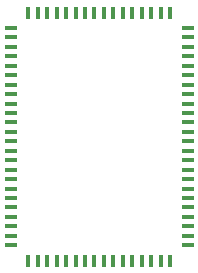
<source format=gtp>
%TF.GenerationSoftware,KiCad,Pcbnew,7.0.8*%
%TF.CreationDate,2024-02-10T12:17:18+00:00*%
%TF.ProjectId,Neptune-32x-315-5805-bypass,4e657074-756e-4652-9d33-32782d333135,rev?*%
%TF.SameCoordinates,Original*%
%TF.FileFunction,Paste,Top*%
%TF.FilePolarity,Positive*%
%FSLAX46Y46*%
G04 Gerber Fmt 4.6, Leading zero omitted, Abs format (unit mm)*
G04 Created by KiCad (PCBNEW 7.0.8) date 2024-02-10 12:17:18*
%MOMM*%
%LPD*%
G01*
G04 APERTURE LIST*
%ADD10R,1.000000X0.300000*%
%ADD11R,0.300000X1.000000*%
G04 APERTURE END LIST*
D10*
%TO.C,IC1*%
X97572800Y-64505600D03*
X97572800Y-65305600D03*
X97572800Y-66105600D03*
X97572800Y-66905600D03*
X97572800Y-67705600D03*
X97572800Y-68505600D03*
X97572800Y-69305600D03*
X97572800Y-70105600D03*
X97572800Y-70905600D03*
X97572800Y-71705600D03*
X97572800Y-72505600D03*
X97572800Y-73305600D03*
X97572800Y-74105600D03*
X97572800Y-74905600D03*
X97572800Y-75705600D03*
X97572800Y-76505600D03*
X97572800Y-77305600D03*
X97572800Y-78105600D03*
X97572800Y-78905600D03*
X97572800Y-79705600D03*
X97572800Y-80505600D03*
X97572800Y-81305600D03*
X97572800Y-82105600D03*
X97572800Y-82905600D03*
D11*
X99072800Y-84205600D03*
X99872800Y-84205600D03*
X100672800Y-84205600D03*
X101472800Y-84205600D03*
X102272800Y-84205600D03*
X103072800Y-84205600D03*
X103872800Y-84205600D03*
X104672800Y-84205600D03*
X105472800Y-84205600D03*
X106272800Y-84205600D03*
X107072800Y-84205600D03*
X107872800Y-84205600D03*
X108672800Y-84205600D03*
X109472800Y-84205600D03*
X110272800Y-84205600D03*
X111072800Y-84205600D03*
D10*
X112572800Y-82905600D03*
X112572800Y-82105600D03*
X112572800Y-81305600D03*
X112572800Y-80505600D03*
X112572800Y-79705600D03*
X112572800Y-78905600D03*
X112572800Y-78105600D03*
X112572800Y-77305600D03*
X112572800Y-76505600D03*
X112572800Y-75705600D03*
X112572800Y-74905600D03*
X112572800Y-74105600D03*
X112572800Y-73305600D03*
X112572800Y-72505600D03*
X112572800Y-71705600D03*
X112572800Y-70905600D03*
X112572800Y-70105600D03*
X112572800Y-69305600D03*
X112572800Y-68505600D03*
X112572800Y-67705600D03*
X112572800Y-66905600D03*
X112572800Y-66105600D03*
X112572800Y-65305600D03*
X112572800Y-64505600D03*
D11*
X111072800Y-63205600D03*
X110272800Y-63205600D03*
X109472800Y-63205600D03*
X108672800Y-63205600D03*
X107872800Y-63205600D03*
X107072800Y-63205600D03*
X106272800Y-63205600D03*
X105472800Y-63205600D03*
X104672800Y-63205600D03*
X103872800Y-63205600D03*
X103072800Y-63205600D03*
X102272800Y-63205600D03*
X101472800Y-63205600D03*
X100672800Y-63205600D03*
X99872800Y-63205600D03*
X99072800Y-63205600D03*
%TD*%
M02*

</source>
